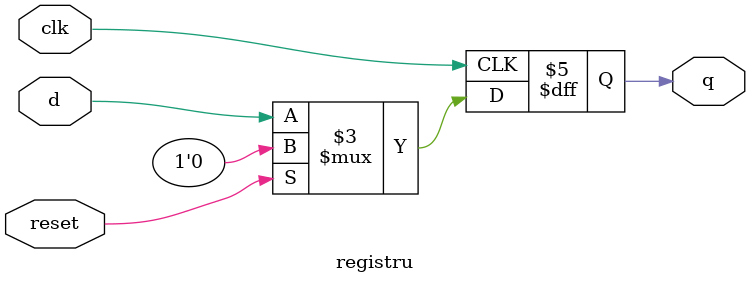
<source format=v>
`timescale 1ns / 1ps
module registru(clk, reset, q, d);
	input clk, reset, d;
	output reg q;
	
	always@(posedge clk)
	begin
		if(reset)
			q = 0;
		else
			q = d;
	end
endmodule

</source>
